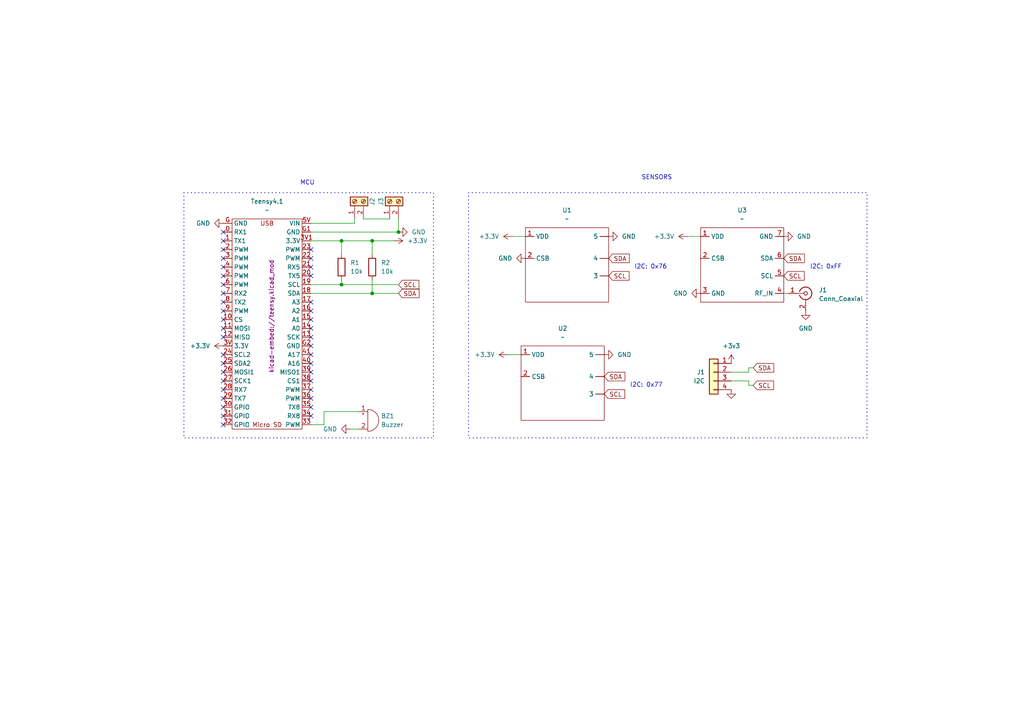
<source format=kicad_sch>
(kicad_sch (version 20250114) (generator "eeschema") (generator_version "9.0")
  (paper "A4")
  (lib_symbols
    (symbol "Connector:Conn_Coaxial" (pin_names (offset 1.016) (hide yes))
      (property "Reference" "J" (at 0.254 3.048 0))
      (property "Value" "Conn_Coaxial" (at 2.921 0 90))
      (symbol "Conn_Coaxial_0_1"
        (polyline (pts (xy -2.54 0) (xy -0.508 0)))
        (arc (start 1.778 0) (mid 0.222 -1.8079) (end -1.778 -0.508) (stroke (width 0.254)))
        (arc (start -1.778 0.508) (mid 0.2221 1.8084) (end 1.778 0) (stroke (width 0.254)))
        (circle (center 0 0) (radius 0.508) (stroke (width 0.2032)))
        (polyline (pts (xy 0 -2.54) (xy 0 -1.778)))
      )
      (symbol "Conn_Coaxial_1_1"
        (pin passive line (at -5.08 0 0) (length 2.54) (name "In") (number "1"))
        (pin passive line (at 0 -5.08 90) (length 2.54) (name "Ext") (number "2"))
      )
    )
    (symbol "Connector:Screw_Terminal_01x02" (pin_names (offset 1.016) (hide yes))
      (property "Reference" "J" (at 0 2.54 0))
      (property "Value" "Screw_Terminal_01x02" (at 0 -5.08 0))
      (symbol "Screw_Terminal_01x02_1_1"
        (rectangle (start -1.27 1.27) (end 1.27 -3.81) (stroke (width 0.254)) (fill (type background)))
        (polyline (pts (xy -0.5334 0.3302) (xy 0.3302 -0.508)) (stroke (width 0.1524)))
        (polyline (pts (xy -0.5334 -2.2098) (xy 0.3302 -3.048)) (stroke (width 0.1524)))
        (polyline (pts (xy -0.3556 0.508) (xy 0.508 -0.3302)) (stroke (width 0.1524)))
        (polyline (pts (xy -0.3556 -2.032) (xy 0.508 -2.8702)) (stroke (width 0.1524)))
        (circle (center 0 0) (radius 0.635) (stroke (width 0.1524)))
        (circle (center 0 -2.54) (radius 0.635) (stroke (width 0.1524)))
        (pin passive line (at -5.08 0 0) (length 3.81) (name "Pin_1") (number "1"))
        (pin passive line (at -5.08 -2.54 0) (length 3.81) (name "Pin_2") (number "2"))
      )
    )
    (symbol "Connector_Generic:Conn_01x04" (pin_names (offset 1.016) (hide yes))
      (property "Reference" "J" (at 0 5.08 0))
      (property "Value" "Conn_01x04" (at 0 -7.62 0))
      (symbol "Conn_01x04_1_1"
        (rectangle (start -1.27 3.81) (end 1.27 -6.35) (stroke (width 0.254)) (fill (type background)))
        (rectangle (start -1.27 2.667) (end 0 2.413) (stroke (width 0.1524)))
        (rectangle (start -1.27 0.127) (end 0 -0.127) (stroke (width 0.1524)))
        (rectangle (start -1.27 -2.413) (end 0 -2.667) (stroke (width 0.1524)))
        (rectangle (start -1.27 -4.953) (end 0 -5.207) (stroke (width 0.1524)))
        (pin passive line (at -5.08 2.54 0) (length 3.81) (name "Pin_1") (number "1"))
        (pin passive line (at -5.08 0 0) (length 3.81) (name "Pin_2") (number "2"))
        (pin passive line (at -5.08 -2.54 0) (length 3.81) (name "Pin_3") (number "3"))
        (pin passive line (at -5.08 -5.08 0) (length 3.81) (name "Pin_4") (number "4"))
      )
    )
    (symbol "Device:Buzzer" (pin_names (offset 0.0254) (hide yes))
      (property "Reference" "BZ" (at 3.81 1.27 0))
      (property "Value" "Buzzer" (at 3.81 -1.27 0))
      (symbol "Buzzer_0_1"
        (polyline (pts (xy -1.651 1.905) (xy -1.143 1.905)))
        (polyline (pts (xy -1.397 2.159) (xy -1.397 1.651)))
        (arc (start 0 3.175) (mid 3.1612 0) (end 0 -3.175))
        (polyline (pts (xy 0 3.175) (xy 0 -3.175)))
      )
      (symbol "Buzzer_1_1"
        (pin passive line (at -2.54 2.54 0) (length 2.54) (name "-") (number "1"))
        (pin passive line (at -2.54 -2.54 0) (length 2.54) (name "+") (number "2"))
      )
    )
    (symbol "Device:R" (pin_numbers (hide yes)) (pin_names (offset 0))
      (property "Reference" "R" (at 2.032 0 90))
      (property "Value" "R" (at 0 0 90))
      (symbol "R_0_1"
        (rectangle (start -1.016 -2.54) (end 1.016 2.54) (stroke (width 0.254)))
      )
      (symbol "R_1_1"
        (pin passive line (at 0 3.81 270) (length 1.27) (name "~") (number "1"))
        (pin passive line (at 0 -3.81 90) (length 1.27) (name "~") (number "2"))
      )
    )
    (symbol "EXAMPLE_I2C_RF_1"
      (property "Reference" "U" (at 0 0 0))
      (symbol "EXAMPLE_I2C_RF_1_0_1"
        (rectangle (start -11.43 -2.54) (end 12.7 -24.13))
      )
      (symbol "EXAMPLE_I2C_RF_1_1_1"
        (pin power_in line (at -11.43 -5.08 0) (length 2.54) (name "VDD") (number "1"))
        (pin bidirectional line (at -11.43 -11.43 0) (length 2.54) (name "CSB") (number "2"))
        (pin free line (at -11.43 -21.59 0) (length 2.54) (name "GND") (number "3"))
        (pin free line (at 12.7 -5.08 180) (length 2.54) (name "GND") (number "7"))
        (pin bidirectional line (at 12.7 -11.43 180) (length 2.54) (name "SDA") (number "6"))
        (pin bidirectional line (at 12.7 -16.51 180) (length 2.54) (name "SCL") (number "5"))
        (pin bidirectional line (at 12.7 -21.59 180) (length 2.54) (name "RF_IN") (number "4"))
      )
    )
    (symbol "EXAMPLE_I2C_SENSOR_1"
      (property "Reference" "U" (at 0 0 0))
      (symbol "EXAMPLE_I2C_SENSOR_1_0_1"
        (rectangle (start -11.43 -2.54) (end 12.7 -24.13))
      )
      (symbol "EXAMPLE_I2C_SENSOR_1_1_1"
        (pin power_in line (at -11.43 -5.08 0) (length 2.54) (name "VDD") (number "1"))
        (pin bidirectional line (at -11.43 -11.43 0) (length 2.54) (name "CSB") (number "2"))
        (pin free line (at 12.7 -5.08 180) (length 2.54) (name "5") (number ""))
        (pin bidirectional line (at 12.7 -11.43 180) (length 2.54) (name "4") (number ""))
        (pin bidirectional line (at 12.7 -16.51 180) (length 2.54) (name "3") (number ""))
      )
    )
    (symbol "EXAMPLE_I2C_SENSOR_2"
      (property "Reference" "U" (at 0 0 0))
      (symbol "EXAMPLE_I2C_SENSOR_2_0_1"
        (rectangle (start -11.43 -2.54) (end 12.7 -24.13))
      )
      (symbol "EXAMPLE_I2C_SENSOR_2_1_1"
        (pin power_in line (at -11.43 -5.08 0) (length 2.54) (name "VDD") (number "1"))
        (pin bidirectional line (at -11.43 -11.43 0) (length 2.54) (name "CSB") (number "2"))
        (pin free line (at 12.7 -5.08 180) (length 2.54) (name "5") (number ""))
        (pin bidirectional line (at 12.7 -11.43 180) (length 2.54) (name "4") (number ""))
        (pin bidirectional line (at 12.7 -16.51 180) (length 2.54) (name "3") (number ""))
      )
    )
    (symbol "SRAD-Avionics:Teensy4.1"
      (property "Reference" "Teensy4.1" (at 0 0 90))
      (symbol "Teensy4.1_0_1"
        (rectangle (start -10.16 30.48) (end 10.16 -30.48))
      )
      (symbol "Teensy4.1_1_1"
        (text "USB" (at 0 29.21 0) (effects (font (size 1.27 1.27))))
        (text "Micro SD" (at 0 -29.21 0) (effects (font (size 1.27 1.27))))
        (pin input line (at -12.7 29.21 0) (length 2.54) (name "GND") (number "G"))
        (pin input line (at -12.7 26.67 0) (length 2.54) (name "RX1") (number "0"))
        (pin input line (at -12.7 24.13 0) (length 2.54) (name "TX1") (number "1"))
        (pin input line (at -12.7 21.59 0) (length 2.54) (name "PWM") (number "2"))
        (pin input line (at -12.7 19.05 0) (length 2.54) (name "PWM") (number "3"))
        (pin input line (at -12.7 16.51 0) (length 2.54) (name "PWM") (number "4"))
        (pin input line (at -12.7 13.97 0) (length 2.54) (name "PWM") (number "5"))
        (pin input line (at -12.7 11.43 0) (length 2.54) (name "PWM") (number "6"))
        (pin input line (at -12.7 8.89 0) (length 2.54) (name "RX2") (number "7"))
        (pin input line (at -12.7 6.35 0) (length 2.54) (name "TX2") (number "8"))
        (pin input line (at -12.7 3.81 0) (length 2.54) (name "PWM") (number "9"))
        (pin input line (at -12.7 1.27 0) (length 2.54) (name "CS") (number "10"))
        (pin input line (at -12.7 -1.27 0) (length 2.54) (name "MOSI") (number "11"))
        (pin input line (at -12.7 -3.81 0) (length 2.54) (name "MISO") (number "12"))
        (pin input line (at -12.7 -6.35 0) (length 2.54) (name "3.3V") (number "3V"))
        (pin input line (at -12.7 -8.89 0) (length 2.54) (name "SCL2") (number "24"))
        (pin input line (at -12.7 -11.43 0) (length 2.54) (name "SDA2") (number "25"))
        (pin input line (at -12.7 -13.97 0) (length 2.54) (name "MOSI1") (number "26"))
        (pin input line (at -12.7 -16.51 0) (length 2.54) (name "SCK1") (number "27"))
        (pin input line (at -12.7 -19.05 0) (length 2.54) (name "RX7") (number "28"))
        (pin input line (at -12.7 -21.59 0) (length 2.54) (name "TX7") (number "29"))
        (pin input line (at -12.7 -24.13 0) (length 2.54) (name "GPIO") (number "30"))
        (pin input line (at -12.7 -26.67 0) (length 2.54) (name "GPIO") (number "31"))
        (pin input line (at -12.7 -29.21 0) (length 2.54) (name "GPIO") (number "32"))
        (pin input line (at 12.7 29.21 180) (length 2.54) (name "VIN") (number "5V"))
        (pin input line (at 12.7 26.67 180) (length 2.54) (name "GND") (number "G1"))
        (pin input line (at 12.7 24.13 180) (length 2.54) (name "3.3V") (number "3V1"))
        (pin input line (at 12.7 21.59 180) (length 2.54) (name "PWM") (number "23"))
        (pin input line (at 12.7 19.05 180) (length 2.54) (name "PWM") (number "22"))
        (pin input line (at 12.7 16.51 180) (length 2.54) (name "RX5") (number "21"))
        (pin input line (at 12.7 13.97 180) (length 2.54) (name "TX5") (number "20"))
        (pin input line (at 12.7 11.43 180) (length 2.54) (name "SCL") (number "19"))
        (pin input line (at 12.7 8.89 180) (length 2.54) (name "SDA") (number "18"))
        (pin input line (at 12.7 6.35 180) (length 2.54) (name "A3") (number "17"))
        (pin input line (at 12.7 3.81 180) (length 2.54) (name "A2") (number "16"))
        (pin input line (at 12.7 1.27 180) (length 2.54) (name "A1") (number "15"))
        (pin input line (at 12.7 -1.27 180) (length 2.54) (name "A0") (number "14"))
        (pin input line (at 12.7 -3.81 180) (length 2.54) (name "SCK") (number "13"))
        (pin input line (at 12.7 -6.35 180) (length 2.54) (name "GND") (number "G2"))
        (pin input line (at 12.7 -8.89 180) (length 2.54) (name "A17") (number "41"))
        (pin input line (at 12.7 -11.43 180) (length 2.54) (name "A16") (number "40"))
        (pin input line (at 12.7 -13.97 180) (length 2.54) (name "MISO1") (number "39"))
        (pin input line (at 12.7 -16.51 180) (length 2.54) (name "CS1") (number "38"))
        (pin input line (at 12.7 -19.05 180) (length 2.54) (name "PWM") (number "37"))
        (pin input line (at 12.7 -21.59 180) (length 2.54) (name "PWM") (number "36"))
        (pin input line (at 12.7 -24.13 180) (length 2.54) (name "TX8") (number "35"))
        (pin input line (at 12.7 -26.67 180) (length 2.54) (name "RX8") (number "34"))
        (pin input line (at 12.7 -29.21 180) (length 2.54) (name "PWM") (number "33"))
      )
    )
    (symbol "power:+3.3V" (power) (pin_numbers (hide yes)) (pin_names (offset 0) (hide yes))
      (property "Value" "+3.3V" (at 0 3.556 0))
      (symbol "+3.3V_0_1"
        (polyline (pts (xy -0.762 1.27) (xy 0 2.54)))
        (polyline (pts (xy 0 2.54) (xy 0.762 1.27)))
        (polyline (pts (xy 0 0) (xy 0 2.54)))
      )
      (symbol "+3.3V_1_1"
        (pin power_in line (at 0 0 90) (length 0) (name "~") (number "1"))
      )
    )
    (symbol "power:GND" (power) (pin_numbers (hide yes)) (pin_names (offset 0) (hide yes))
      (property "Value" "GND" (at 0 -3.81 0))
      (symbol "GND_0_1"
        (polyline (pts (xy 0 0) (xy 0 -1.27) (xy 1.27 -1.27) (xy 0 -2.54) (xy -1.27 -1.27) (xy 0 -1.27)))
      )
      (symbol "GND_1_1"
        (pin power_in line (at 0 0 270) (length 0) (name "~") (number "1"))
      )
    )
  )
  (rectangle (start 135.89 55.88) (end 251.46 127) (stroke (width 0.254) (type dot)))
  (rectangle (start 53.34 55.88) (end 125.73 127) (stroke (width 0.254) (type dot)))
  (text "I2C: 0xFF " (at 240.03 77.47 0) (effects (font (size 1.27 1.27))))
  (text "I2C: 0x77 " (at 187.96 111.76 0) (effects (font (size 1.27 1.27))))
  (text "I2C: 0x76 " (at 189.23 77.47 0) (effects (font (size 1.27 1.27))))
  (text "SENSORS" (at 190.5 51.562 0) (effects (font (size 1.27 1.27))))
  (text "MCU" (at 89.154 53.086 0) (effects (font (size 1.27 1.27))))
  (junction (at 99.06 82.55))
  (junction (at 115.57 67.31))
  (junction (at 99.06 69.85))
  (junction (at 107.95 85.09))
  (junction (at 107.95 69.85))
  (no_connect (at 64.77 80.01))
  (no_connect (at 90.17 113.03))
  (no_connect (at 64.77 107.95))
  (no_connect (at 64.77 118.11))
  (no_connect (at 64.77 77.47))
  (no_connect (at 64.77 115.57))
  (no_connect (at 90.17 115.57))
  (no_connect (at 64.77 72.39))
  (no_connect (at 90.17 97.79))
  (no_connect (at 90.17 102.87))
  (no_connect (at 90.17 110.49))
  (no_connect (at 90.17 90.17))
  (no_connect (at 64.77 85.09))
  (no_connect (at 64.77 87.63))
  (no_connect (at 64.77 74.93))
  (no_connect (at 64.77 95.25))
  (no_connect (at 90.17 77.47))
  (no_connect (at 90.17 80.01))
  (no_connect (at 64.77 90.17))
  (no_connect (at 64.77 113.03))
  (no_connect (at 90.17 87.63))
  (no_connect (at 64.77 69.85))
  (no_connect (at 64.77 67.31))
  (no_connect (at 90.17 74.93))
  (no_connect (at 90.17 120.65))
  (no_connect (at 64.77 82.55))
  (no_connect (at 90.17 72.39))
  (no_connect (at 90.17 92.71))
  (no_connect (at 64.77 97.79))
  (no_connect (at 64.77 110.49))
  (no_connect (at 64.77 123.19))
  (no_connect (at 64.77 102.87))
  (no_connect (at 90.17 105.41))
  (no_connect (at 64.77 120.65))
  (no_connect (at 90.17 100.33))
  (no_connect (at 64.77 92.71))
  (no_connect (at 90.17 95.25))
  (no_connect (at 90.17 118.11))
  (no_connect (at 64.77 105.41))
  (no_connect (at 90.17 107.95))
  (wire (pts (xy 102.87 64.77) (xy 102.87 63.5)))
  (wire (pts (xy 107.95 81.28) (xy 107.95 85.09)))
  (wire (pts (xy 90.17 69.85) (xy 99.06 69.85)))
  (wire (pts (xy 147.32 102.87) (xy 151.13 102.87)))
  (wire (pts (xy 107.95 69.85) (xy 114.3 69.85)))
  (wire (pts (xy 217.17 110.49) (xy 217.17 111.76)))
  (wire (pts (xy 90.17 82.55) (xy 99.06 82.55)))
  (wire (pts (xy 105.41 63.5) (xy 113.03 63.5)))
  (wire (pts (xy 107.95 69.85) (xy 107.95 73.66)))
  (wire (pts (xy 227.33 85.09) (xy 228.6 85.09)))
  (wire (pts (xy 90.17 67.31) (xy 115.57 67.31)))
  (wire (pts (xy 90.17 123.19) (xy 93.98 123.19)))
  (wire (pts (xy 217.17 110.49) (xy 212.09 110.49)))
  (wire (pts (xy 99.06 69.85) (xy 99.06 73.66)))
  (wire (pts (xy 217.17 111.76) (xy 218.44 111.76)))
  (wire (pts (xy 217.17 106.68) (xy 218.44 106.68)))
  (wire (pts (xy 90.17 85.09) (xy 107.95 85.09)))
  (wire (pts (xy 93.98 119.38) (xy 104.14 119.38)))
  (wire (pts (xy 104.14 124.46) (xy 101.6 124.46)))
  (wire (pts (xy 107.95 85.09) (xy 115.57 85.09)))
  (wire (pts (xy 93.98 123.19) (xy 93.98 119.38)))
  (wire (pts (xy 217.17 107.95) (xy 217.17 106.68)))
  (wire (pts (xy 99.06 82.55) (xy 115.57 82.55)))
  (wire (pts (xy 99.06 69.85) (xy 107.95 69.85)))
  (wire (pts (xy 90.17 64.77) (xy 102.87 64.77)))
  (wire (pts (xy 148.59 68.58) (xy 152.4 68.58)))
  (wire (pts (xy 212.09 107.95) (xy 217.17 107.95)))
  (wire (pts (xy 115.57 67.31) (xy 115.57 63.5)))
  (wire (pts (xy 99.06 81.28) (xy 99.06 82.55)))
  (wire (pts (xy 199.39 68.58) (xy 203.2 68.58)))
  (global_label "SDA" (shape input) (at 175.26 109.22 0) (property "Intersheetrefs" "${INTERSHEET_REFS}" (effects (hide yes))))
  (global_label "SCL" (shape input) (at 176.53 80.01 0) (property "Intersheetrefs" "${INTERSHEET_REFS}" (effects (hide yes))))
  (global_label "SDA" (shape input) (at 115.57 85.09 0) (property "Intersheetrefs" "${INTERSHEET_REFS}" (effects (hide yes))))
  (global_label "SCL" (shape input) (at 227.33 80.01 0) (property "Intersheetrefs" "${INTERSHEET_REFS}" (effects (hide yes))))
  (global_label "SDA" (shape input) (at 176.53 74.93 0) (property "Intersheetrefs" "${INTERSHEET_REFS}" (effects (hide yes))))
  (global_label "SDA" (shape input) (at 218.44 106.68 0) (property "Intersheetrefs" "${INTERSHEET_REFS}" (effects (hide yes))))
  (global_label "SCL" (shape input) (at 115.57 82.55 0) (property "Intersheetrefs" "${INTERSHEET_REFS}" (effects (hide yes))))
  (global_label "SCL" (shape input) (at 218.44 111.76 0) (property "Intersheetrefs" "${INTERSHEET_REFS}" (effects (hide yes))))
  (global_label "SDA" (shape input) (at 227.33 74.93 0) (property "Intersheetrefs" "${INTERSHEET_REFS}" (effects (hide yes))))
  (global_label "SCL" (shape input) (at 175.26 114.3 0) (property "Intersheetrefs" "${INTERSHEET_REFS}" (effects (hide yes))))
  (symbol (lib_id "Connector_Generic:Conn_01x04") (at 207.01 107.95 0) (mirror y) (unit 1)
    (property "Reference" "J1" (at 204.47 107.9499 0) (effects (justify left)))
    (property "Value" "I2C" (at 204.47 110.4899 0) (effects (justify left)))
    (property "Footprint" "Connector_JST:JST_XH_B4B-XH-A_1x04_P2.50mm_Vertical" (effects (hide yes)))
    (property "Description" "Generic connector, single row, 01x04, script generated (kicad-library-utils/schlib/autogen/connector/)" (effects (hide yes)))
  )
  (symbol (lib_id "power:GND") (at 176.53 68.58 90) (unit 1)
    (property "Reference" "#PWR03" (effects (hide yes)))
    (property "Value" "GND" (at 180.34 68.5799 90) (effects (justify right)))
    (property "Description" "Power symbol creates a global label with name \"GND\" , ground" (effects (hide yes)))
  )
  (symbol (lib_id "Device:Buzzer") (at 106.68 121.92 0) (unit 1)
    (property "Reference" "BZ1" (at 110.49 120.6499 0) (effects (justify left)))
    (property "Value" "Buzzer" (at 110.49 123.1899 0) (effects (justify left)))
    (property "Footprint" "Avionics:Adafruit_5V_Buzzer" (effects (hide yes)))
  )
  (symbol (lib_id "power:+3.3V") (at 114.3 69.85 270) (unit 1)
    (property "Reference" "#PWR01" (effects (hide yes)))
    (property "Value" "+3.3V" (at 118.11 69.8499 90) (effects (justify left)))
    (property "Description" "Power symbol creates a global label with name \"+3.3V\"" (effects (hide yes)))
  )
  (symbol (lib_id "power:+3.3V") (at 199.39 68.58 90) (unit 1)
    (property "Reference" "#PWR09" (effects (hide yes)))
    (property "Value" "+3.3V" (at 195.58 68.5799 90) (effects (justify left)))
    (property "Description" "Power symbol creates a global label with name \"+3.3V\"" (effects (hide yes)))
  )
  (symbol (lib_id "power:+3.3V") (at 64.77 100.33 90) (unit 1)
    (property "Reference" "#PWR015" (effects (hide yes)))
    (property "Value" "+3.3V" (at 60.96 100.3299 90) (effects (justify left)))
    (property "Description" "Power symbol creates a global label with name \"+3.3V\"" (effects (hide yes)))
  )
  (symbol (lib_id "Device:R") (at 99.06 77.47 0) (unit 1)
    (property "Reference" "R1" (at 101.6 76.1999 0) (effects (justify left)))
    (property "Value" "10k" (at 101.6 78.7399 0) (effects (justify left)))
    (property "Footprint" "Resistor_SMD:R_0805_2012Metric" (effects (hide yes)))
    (property "Description" "Resistor" (effects (hide yes)))
  )
  (symbol (lib_id "Connector:Screw_Terminal_01x02") (at 102.87 58.42 90) (unit 1)
    (property "Reference" "J2" (at 107.95 59.69 0) (effects (justify left)))
    (property "Value" "Screw_Terminal_01x02" (effects (hide yes)))
    (property "Footprint" "TerminalBlock_4Ucon:TerminalBlock_4Ucon_1x02_P3.50mm_Vertical" (effects (hide yes)))
  )
  (symbol (lib_name "EXAMPLE_I2C_SENSOR_1") (lib_id "SRAD-Avionics:EXAMPLE_I2C_SENSOR") (at 162.56 97.79 0) (unit 1)
    (property "Reference" "U2" (at 163.195 95.25 0))
    (property "Value" "~" (at 163.195 97.79 0))
    (property "Footprint" "SRAD-Avionics:EXAMPLE_I2C_SENSOR" (effects (hide yes)))
    (property "Description" "The sensor's address is 0x77 (default) or 0x76 (if the SDO pin is pulled-down to GND)" (effects (hide yes)))
  )
  (symbol (lib_id "Device:R") (at 107.95 77.47 0) (unit 1)
    (property "Reference" "R2" (at 110.49 76.1999 0) (effects (justify left)))
    (property "Value" "10k" (at 110.49 78.7399 0) (effects (justify left)))
    (property "Footprint" "Resistor_SMD:R_0805_2012Metric" (effects (hide yes)))
    (property "Description" "Resistor" (effects (hide yes)))
  )
  (symbol (lib_id "power:GND") (at 175.26 102.87 90) (unit 1)
    (property "Reference" "#PWR06" (effects (hide yes)))
    (property "Value" "GND" (at 179.07 102.8699 90) (effects (justify right)))
    (property "Description" "Power symbol creates a global label with name \"GND\" , ground" (effects (hide yes)))
  )
  (symbol (lib_id "power:GND") (at 203.2 85.09 270) (unit 1)
    (property "Reference" "#PWR05" (effects (hide yes)))
    (property "Value" "GND" (at 199.39 85.0899 90) (effects (justify right)))
    (property "Description" "Power symbol creates a global label with name \"GND\" , ground" (effects (hide yes)))
  )
  (symbol (lib_id "power:+3.3V") (at 147.32 102.87 90) (unit 1)
    (property "Reference" "#PWR08" (effects (hide yes)))
    (property "Value" "+3.3V" (at 143.51 102.8699 90) (effects (justify left)))
    (property "Description" "Power symbol creates a global label with name \"+3.3V\"" (effects (hide yes)))
  )
  (symbol (lib_id "Connector:Screw_Terminal_01x02") (at 113.03 58.42 90) (unit 1)
    (property "Reference" "J3" (at 110.49 59.69 0) (effects (justify left)))
    (property "Value" "Screw_Terminal_01x02" (effects (hide yes)))
    (property "Footprint" "TerminalBlock_4Ucon:TerminalBlock_4Ucon_1x02_P3.50mm_Vertical" (effects (hide yes)))
  )
  (symbol (lib_id "power:GND") (at 115.57 67.31 90) (unit 1)
    (property "Reference" "#PWR016" (effects (hide yes)))
    (property "Value" "GND" (at 119.38 67.3099 90) (effects (justify right)))
    (property "Description" "Power symbol creates a global label with name \"GND\" , ground" (effects (hide yes)))
  )
  (symbol (lib_name "EXAMPLE_I2C_SENSOR_2") (lib_id "SRAD-Avionics:EXAMPLE_I2C_SENSOR") (at 163.83 63.5 0) (unit 1)
    (property "Reference" "U1" (at 164.465 60.96 0))
    (property "Value" "~" (at 164.465 63.5 0))
    (property "Footprint" "SRAD-Avionics:EXAMPLE_I2C_SENSOR" (effects (hide yes)))
    (property "Description" "The sensor's address is 0x77 (default) or 0x76 (if the SDO pin is pulled-down to GND)" (effects (hide yes)))
  )
  (symbol (lib_id "power:GND") (at 101.6 124.46 270) (unit 1)
    (property "Reference" "#PWR02" (effects (hide yes)))
    (property "Value" "GND" (at 97.79 124.4599 90) (effects (justify right)))
    (property "Description" "Power symbol creates a global label with name \"GND\" , ground" (effects (hide yes)))
  )
  (symbol (lib_id "power:+3.3V") (at 212.09 105.41 0) (unit 1)
    (property "Reference" "#PWR013" (effects (hide yes)))
    (property "Value" "+3v3" (at 212.09 100.33 0))
    (property "Description" "Power symbol creates a global label with name \"+3.3V\"" (effects (hide yes)))
  )
  (symbol (lib_name "EXAMPLE_I2C_RF_1") (lib_id "SRAD-Avionics:EXAMPLE_I2C_RF") (at 214.63 63.5 0) (unit 1)
    (property "Reference" "U3" (at 215.265 60.96 0))
    (property "Value" "~" (at 215.265 63.5 0))
    (property "Footprint" "SRAD-Avionics:EXAMPLE_I2C_SENSOR" (effects (hide yes)))
    (property "Description" "The sensor's address is 0xFF (default) or 0xAA (if the SDO pin is pulled-down to GND)" (effects (hide yes)))
  )
  (symbol (lib_id "SRAD-Avionics:Teensy4.1") (at 77.47 93.98 0) (unit 1)
    (property "Reference" "Teensy4.1" (at 77.47 58.42 0))
    (property "Value" "~" (at 77.47 60.96 0))
    (property "Footprint" "SRAD-Avionics:teensy4.1" (effects (hide yes)))
    (property "Datasheet" "kicad-embed://teensy.kicad_mod" (at 78.74 91.694 90))
  )
  (symbol (lib_id "power:GND") (at 64.77 64.77 270) (unit 1)
    (property "Reference" "#PWR012" (effects (hide yes)))
    (property "Value" "GND" (at 60.96 64.7699 90) (effects (justify right)))
    (property "Description" "Power symbol creates a global label with name \"GND\" , ground" (effects (hide yes)))
  )
  (symbol (lib_id "power:GND") (at 233.68 90.17 0) (unit 1)
    (property "Reference" "#PWR011" (effects (hide yes)))
    (property "Value" "GND" (at 233.68 95.25 0))
    (property "Description" "Power symbol creates a global label with name \"GND\" , ground" (effects (hide yes)))
  )
  (symbol (lib_id "Connector:Conn_Coaxial") (at 233.68 85.09 0) (unit 1)
    (property "Reference" "J1" (at 237.49 84.1131 0) (effects (justify left)))
    (property "Value" "Conn_Coaxial" (at 237.49 86.6531 0) (effects (justify left)))
    (property "Footprint" "Connector_Coaxial:SMA_Amphenol_132289_EdgeMount" (effects (hide yes)))
    (property "Description" "coaxial connector (BNC, SMA, SMB, SMC, Cinch/RCA, LEMO, ...)" (effects (hide yes)))
  )
  (symbol (lib_id "power:+3.3V") (at 148.59 68.58 90) (unit 1)
    (property "Reference" "#PWR07" (effects (hide yes)))
    (property "Value" "+3.3V" (at 144.78 68.5799 90) (effects (justify left)))
    (property "Description" "Power symbol creates a global label with name \"+3.3V\"" (effects (hide yes)))
  )
  (symbol (lib_id "power:GND") (at 152.4 74.93 270) (unit 1)
    (property "Reference" "#PWR010" (effects (hide yes)))
    (property "Value" "GND" (at 148.59 74.9299 90) (effects (justify right)))
    (property "Description" "Power symbol creates a global label with name \"GND\" , ground" (effects (hide yes)))
  )
  (symbol (lib_id "power:GND") (at 227.33 68.58 90) (unit 1)
    (property "Reference" "#PWR04" (effects (hide yes)))
    (property "Value" "GND" (at 231.14 68.5799 90) (effects (justify right)))
    (property "Description" "Power symbol creates a global label with name \"GND\" , ground" (effects (hide yes)))
  )
  (symbol (lib_id "power:GND") (at 212.09 113.03 0) (unit 1)
    (property "Reference" "#PWR014" (effects (hide yes)))
    (property "Value" "GND" (effects (hide yes)))
    (property "Description" "Power symbol creates a global label with name \"GND\" , ground" (effects (hide yes)))
  )
)
</source>
